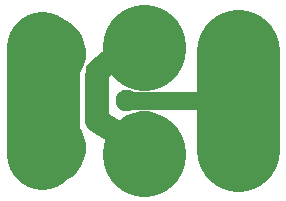
<source format=gbs>
%TF.GenerationSoftware,KiCad,Pcbnew,4.0.5-e0-6337~49~ubuntu16.04.1*%
%TF.CreationDate,2017-02-14T02:12:57-08:00*%
%TF.ProjectId,2x3-Mini-Potentiometer-3386P-TH,3278332D4D696E692D506F74656E7469,1.0*%
%TF.FileFunction,Soldermask,Bot*%
%FSLAX46Y46*%
G04 Gerber Fmt 4.6, Leading zero omitted, Abs format (unit mm)*
G04 Created by KiCad (PCBNEW 4.0.5-e0-6337~49~ubuntu16.04.1) date Tue Feb 14 02:12:57 2017*
%MOMM*%
%LPD*%
G01*
G04 APERTURE LIST*
%ADD10C,0.350000*%
%ADD11C,2.000000*%
%ADD12C,7.000000*%
%ADD13C,1.500000*%
%ADD14C,6.000000*%
G04 APERTURE END LIST*
D10*
D11*
X29833800Y-26005600D02*
X29833800Y-29805600D01*
D12*
X33833800Y-32505600D02*
X33833800Y-32705600D01*
X33833800Y-23705600D02*
X33833800Y-23505600D01*
D13*
X32733800Y-28105600D02*
X41833800Y-28105600D01*
D11*
X27433800Y-25705600D02*
X27433800Y-30305600D01*
D12*
X41833800Y-23905600D02*
X41833800Y-32305600D01*
D11*
X30033800Y-29905600D02*
X33833800Y-32205600D01*
X30033800Y-25505600D02*
X33733800Y-22505600D01*
D14*
X25233800Y-32605600D02*
X25233800Y-23605600D01*
D10*
G36*
X34156910Y-29031447D02*
X34747855Y-29152751D01*
X35303998Y-29386532D01*
X35804134Y-29723878D01*
X36229221Y-30151943D01*
X36563066Y-30654421D01*
X36792956Y-31212176D01*
X36910064Y-31803614D01*
X36910064Y-31803624D01*
X36910131Y-31803963D01*
X36900510Y-32493016D01*
X36900433Y-32493354D01*
X36900433Y-32493362D01*
X36766857Y-33081301D01*
X36521485Y-33632416D01*
X36173737Y-34125378D01*
X35736862Y-34541409D01*
X35227500Y-34864661D01*
X34665054Y-35082819D01*
X34070947Y-35187576D01*
X33467803Y-35174942D01*
X32878600Y-35045397D01*
X32325782Y-34803877D01*
X31830407Y-34459582D01*
X31411337Y-34025623D01*
X31084538Y-33518530D01*
X30862456Y-32957614D01*
X30753555Y-32364258D01*
X30761977Y-31761041D01*
X30887406Y-31170947D01*
X31125059Y-30616458D01*
X31465891Y-30118688D01*
X31896912Y-29696600D01*
X32401713Y-29366268D01*
X32961059Y-29140277D01*
X33553645Y-29027236D01*
X34156910Y-29031447D01*
X34156910Y-29031447D01*
G37*
G36*
X42156910Y-29031447D02*
X42747855Y-29152751D01*
X43303998Y-29386532D01*
X43804134Y-29723878D01*
X44229221Y-30151943D01*
X44563066Y-30654421D01*
X44792956Y-31212176D01*
X44910064Y-31803614D01*
X44910064Y-31803624D01*
X44910131Y-31803963D01*
X44900510Y-32493016D01*
X44900433Y-32493354D01*
X44900433Y-32493362D01*
X44766857Y-33081301D01*
X44521485Y-33632416D01*
X44173737Y-34125378D01*
X43736862Y-34541409D01*
X43227500Y-34864661D01*
X42665054Y-35082819D01*
X42070947Y-35187576D01*
X41467803Y-35174942D01*
X40878600Y-35045397D01*
X40325782Y-34803877D01*
X39830407Y-34459582D01*
X39411337Y-34025623D01*
X39084538Y-33518530D01*
X38862456Y-32957614D01*
X38753555Y-32364258D01*
X38761977Y-31761041D01*
X38887406Y-31170947D01*
X39125059Y-30616458D01*
X39465891Y-30118688D01*
X39896912Y-29696600D01*
X40401713Y-29366268D01*
X40961059Y-29140277D01*
X41553645Y-29027236D01*
X42156910Y-29031447D01*
X42156910Y-29031447D01*
G37*
G36*
X26156910Y-29031447D02*
X26747855Y-29152751D01*
X27303998Y-29386532D01*
X27804134Y-29723878D01*
X28229221Y-30151943D01*
X28563066Y-30654421D01*
X28792956Y-31212176D01*
X28910064Y-31803614D01*
X28910064Y-31803624D01*
X28910131Y-31803963D01*
X28900510Y-32493016D01*
X28900433Y-32493354D01*
X28900433Y-32493362D01*
X28766857Y-33081301D01*
X28521485Y-33632416D01*
X28173737Y-34125378D01*
X27736862Y-34541409D01*
X27227500Y-34864661D01*
X26665054Y-35082819D01*
X26070947Y-35187576D01*
X25467803Y-35174942D01*
X24878600Y-35045397D01*
X24325782Y-34803877D01*
X23830407Y-34459582D01*
X23411337Y-34025623D01*
X23084538Y-33518530D01*
X22862456Y-32957614D01*
X22753555Y-32364258D01*
X22761977Y-31761041D01*
X22887406Y-31170947D01*
X23125059Y-30616458D01*
X23465891Y-30118688D01*
X23896912Y-29696600D01*
X24401713Y-29366268D01*
X24961059Y-29140277D01*
X25553645Y-29027236D01*
X26156910Y-29031447D01*
X26156910Y-29031447D01*
G37*
G36*
X32471086Y-27180015D02*
X32649007Y-27216537D01*
X32816458Y-27286927D01*
X32967041Y-27388497D01*
X33095029Y-27517381D01*
X33195543Y-27668669D01*
X33264762Y-27836605D01*
X33299972Y-28014427D01*
X33299972Y-28014442D01*
X33300039Y-28014781D01*
X33297142Y-28222245D01*
X33297066Y-28222579D01*
X33297066Y-28222592D01*
X33256902Y-28399372D01*
X33183026Y-28565302D01*
X33078323Y-28713727D01*
X32946785Y-28838988D01*
X32793423Y-28936316D01*
X32624079Y-29002000D01*
X32445203Y-29033541D01*
X32263604Y-29029736D01*
X32086202Y-28990732D01*
X31919755Y-28918013D01*
X31770607Y-28814353D01*
X31644431Y-28683694D01*
X31546036Y-28531013D01*
X31479168Y-28362127D01*
X31446381Y-28183480D01*
X31448916Y-28001859D01*
X31486682Y-27824188D01*
X31558235Y-27657240D01*
X31660855Y-27507368D01*
X31790629Y-27380284D01*
X31942619Y-27280825D01*
X32111031Y-27212782D01*
X32289448Y-27178747D01*
X32471086Y-27180015D01*
X32471086Y-27180015D01*
G37*
G36*
X27391086Y-27180015D02*
X27569007Y-27216537D01*
X27736458Y-27286927D01*
X27887041Y-27388497D01*
X28015029Y-27517381D01*
X28115543Y-27668669D01*
X28184762Y-27836605D01*
X28219972Y-28014427D01*
X28219972Y-28014442D01*
X28220039Y-28014781D01*
X28217142Y-28222245D01*
X28217066Y-28222579D01*
X28217066Y-28222592D01*
X28176902Y-28399372D01*
X28103026Y-28565302D01*
X27998323Y-28713727D01*
X27866785Y-28838988D01*
X27713423Y-28936316D01*
X27544079Y-29002000D01*
X27365203Y-29033541D01*
X27183604Y-29029736D01*
X27006202Y-28990732D01*
X26839755Y-28918013D01*
X26690607Y-28814353D01*
X26564431Y-28683694D01*
X26466036Y-28531013D01*
X26399168Y-28362127D01*
X26366381Y-28183480D01*
X26368916Y-28001859D01*
X26406682Y-27824188D01*
X26478235Y-27657240D01*
X26580855Y-27507368D01*
X26710629Y-27380284D01*
X26862619Y-27280825D01*
X27031031Y-27212782D01*
X27209448Y-27178747D01*
X27391086Y-27180015D01*
X27391086Y-27180015D01*
G37*
G36*
X34156910Y-21031447D02*
X34747855Y-21152751D01*
X35303998Y-21386532D01*
X35804134Y-21723878D01*
X36229221Y-22151943D01*
X36563066Y-22654421D01*
X36792956Y-23212176D01*
X36910064Y-23803614D01*
X36910064Y-23803624D01*
X36910131Y-23803963D01*
X36900510Y-24493016D01*
X36900433Y-24493354D01*
X36900433Y-24493362D01*
X36766857Y-25081301D01*
X36521485Y-25632416D01*
X36173737Y-26125378D01*
X35736862Y-26541409D01*
X35227500Y-26864661D01*
X34665054Y-27082819D01*
X34070947Y-27187576D01*
X33467803Y-27174942D01*
X32878600Y-27045397D01*
X32325782Y-26803877D01*
X31830407Y-26459582D01*
X31411337Y-26025623D01*
X31084538Y-25518530D01*
X30862456Y-24957614D01*
X30753555Y-24364258D01*
X30761977Y-23761041D01*
X30887406Y-23170947D01*
X31125059Y-22616458D01*
X31465891Y-22118688D01*
X31896912Y-21696600D01*
X32401713Y-21366268D01*
X32961059Y-21140277D01*
X33553645Y-21027236D01*
X34156910Y-21031447D01*
X34156910Y-21031447D01*
G37*
G36*
X42156910Y-21031447D02*
X42747855Y-21152751D01*
X43303998Y-21386532D01*
X43804134Y-21723878D01*
X44229221Y-22151943D01*
X44563066Y-22654421D01*
X44792956Y-23212176D01*
X44910064Y-23803614D01*
X44910064Y-23803624D01*
X44910131Y-23803963D01*
X44900510Y-24493016D01*
X44900433Y-24493354D01*
X44900433Y-24493362D01*
X44766857Y-25081301D01*
X44521485Y-25632416D01*
X44173737Y-26125378D01*
X43736862Y-26541409D01*
X43227500Y-26864661D01*
X42665054Y-27082819D01*
X42070947Y-27187576D01*
X41467803Y-27174942D01*
X40878600Y-27045397D01*
X40325782Y-26803877D01*
X39830407Y-26459582D01*
X39411337Y-26025623D01*
X39084538Y-25518530D01*
X38862456Y-24957614D01*
X38753555Y-24364258D01*
X38761977Y-23761041D01*
X38887406Y-23170947D01*
X39125059Y-22616458D01*
X39465891Y-22118688D01*
X39896912Y-21696600D01*
X40401713Y-21366268D01*
X40961059Y-21140277D01*
X41553645Y-21027236D01*
X42156910Y-21031447D01*
X42156910Y-21031447D01*
G37*
G36*
X26156910Y-21031447D02*
X26747855Y-21152751D01*
X27303998Y-21386532D01*
X27804134Y-21723878D01*
X28229221Y-22151943D01*
X28563066Y-22654421D01*
X28792956Y-23212176D01*
X28910064Y-23803614D01*
X28910064Y-23803624D01*
X28910131Y-23803963D01*
X28900510Y-24493016D01*
X28900433Y-24493354D01*
X28900433Y-24493362D01*
X28766857Y-25081301D01*
X28521485Y-25632416D01*
X28173737Y-26125378D01*
X27736862Y-26541409D01*
X27227500Y-26864661D01*
X26665054Y-27082819D01*
X26070947Y-27187576D01*
X25467803Y-27174942D01*
X24878600Y-27045397D01*
X24325782Y-26803877D01*
X23830407Y-26459582D01*
X23411337Y-26025623D01*
X23084538Y-25518530D01*
X22862456Y-24957614D01*
X22753555Y-24364258D01*
X22761977Y-23761041D01*
X22887406Y-23170947D01*
X23125059Y-22616458D01*
X23465891Y-22118688D01*
X23896912Y-21696600D01*
X24401713Y-21366268D01*
X24961059Y-21140277D01*
X25553645Y-21027236D01*
X26156910Y-21031447D01*
X26156910Y-21031447D01*
G37*
G36*
X29931086Y-24652295D02*
X30109007Y-24688817D01*
X30276458Y-24759207D01*
X30427041Y-24860777D01*
X30555029Y-24989661D01*
X30655543Y-25140949D01*
X30724762Y-25308885D01*
X30759972Y-25486707D01*
X30759972Y-25486722D01*
X30760039Y-25487061D01*
X30757142Y-25694525D01*
X30757066Y-25694859D01*
X30757066Y-25694872D01*
X30716902Y-25871652D01*
X30643026Y-26037582D01*
X30538323Y-26186007D01*
X30406785Y-26311268D01*
X30253423Y-26408596D01*
X30084079Y-26474280D01*
X29905203Y-26505821D01*
X29723604Y-26502016D01*
X29546202Y-26463012D01*
X29379755Y-26390293D01*
X29230607Y-26286633D01*
X29104431Y-26155974D01*
X29006036Y-26003293D01*
X28939168Y-25834407D01*
X28906381Y-25655760D01*
X28908916Y-25474139D01*
X28946682Y-25296468D01*
X29018235Y-25129520D01*
X29120855Y-24979648D01*
X29250629Y-24852564D01*
X29402619Y-24753105D01*
X29571031Y-24685062D01*
X29749448Y-24651027D01*
X29931086Y-24652295D01*
X29931086Y-24652295D01*
G37*
M02*

</source>
